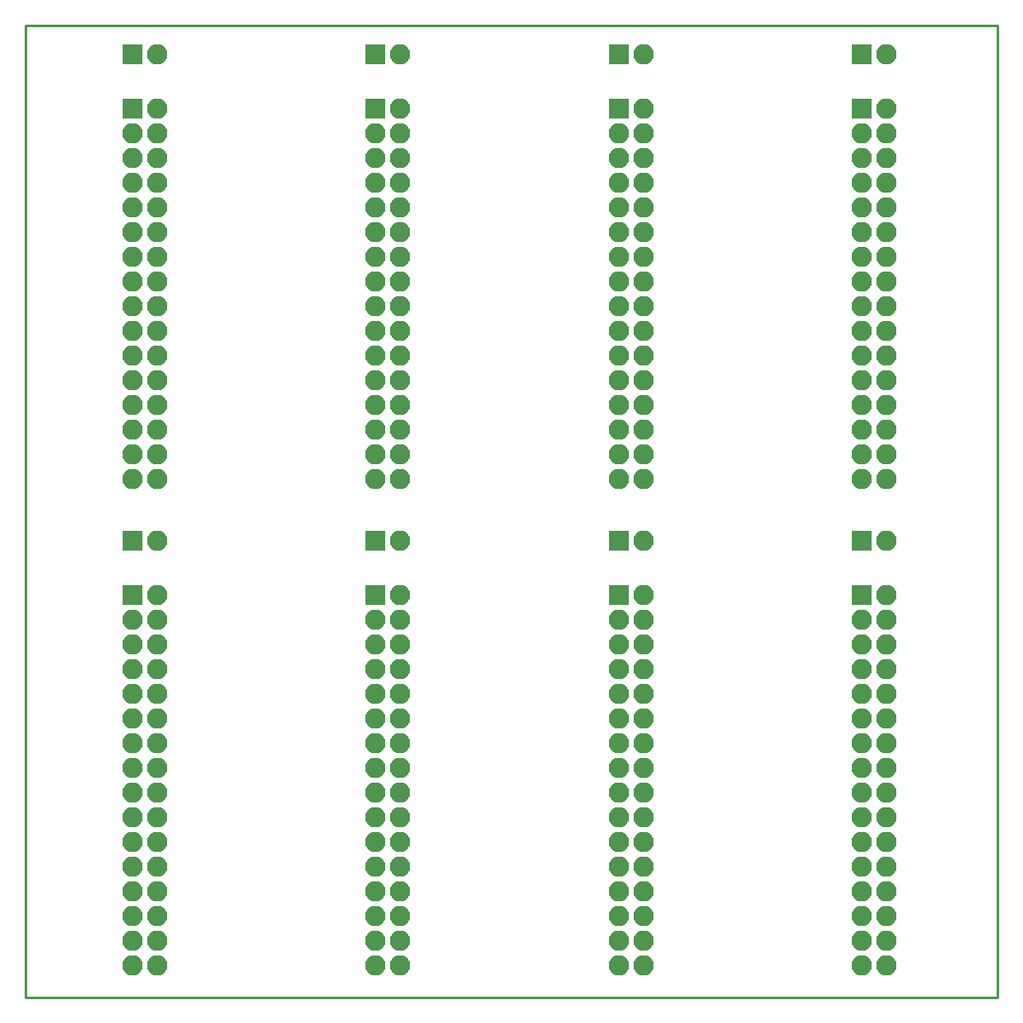
<source format=gbr>
%TF.GenerationSoftware,KiCad,Pcbnew,(5.99.0-8510-g4da28cf8f4)*%
%TF.CreationDate,2021-03-01T14:47:10+00:00*%
%TF.ProjectId,test_ledout,74657374-5f6c-4656-946f-75742e6b6963,D*%
%TF.SameCoordinates,PX5f5e100PY5f5e100*%
%TF.FileFunction,Soldermask,Bot*%
%TF.FilePolarity,Negative*%
%FSLAX46Y46*%
G04 Gerber Fmt 4.6, Leading zero omitted, Abs format (unit mm)*
G04 Created by KiCad (PCBNEW (5.99.0-8510-g4da28cf8f4)) date 2021-03-01 14:47:10*
%MOMM*%
%LPD*%
G01*
G04 APERTURE LIST*
G04 Aperture macros list*
%AMRoundRect*
0 Rectangle with rounded corners*
0 $1 Rounding radius*
0 $2 $3 $4 $5 $6 $7 $8 $9 X,Y pos of 4 corners*
0 Add a 4 corners polygon primitive as box body*
4,1,4,$2,$3,$4,$5,$6,$7,$8,$9,$2,$3,0*
0 Add four circle primitives for the rounded corners*
1,1,$1+$1,$2,$3*
1,1,$1+$1,$4,$5*
1,1,$1+$1,$6,$7*
1,1,$1+$1,$8,$9*
0 Add four rect primitives between the rounded corners*
20,1,$1+$1,$2,$3,$4,$5,0*
20,1,$1+$1,$4,$5,$6,$7,0*
20,1,$1+$1,$6,$7,$8,$9,0*
20,1,$1+$1,$8,$9,$2,$3,0*%
G04 Aperture macros list end*
%TA.AperFunction,Profile*%
%ADD10C,0.254000*%
%TD*%
%ADD11RoundRect,0.200000X-0.850000X-0.850000X0.850000X-0.850000X0.850000X0.850000X-0.850000X0.850000X0*%
%ADD12O,2.100000X2.100000*%
G04 APERTURE END LIST*
D10*
X37000000Y-10000000D02*
X137000000Y-10000000D01*
X37000000Y90000000D02*
X37000000Y-10000000D01*
X137000000Y90000000D02*
X37000000Y90000000D01*
X137000000Y-10000000D02*
X137000000Y90000000D01*
D11*
%TO.C,REF\u002A\u002A*%
X98000000Y37000000D03*
D12*
X100540000Y37000000D03*
%TD*%
D11*
%TO.C,REF\u002A\u002A*%
X98000000Y31400000D03*
D12*
X100540000Y31400000D03*
X98000000Y28860000D03*
X100540000Y28860000D03*
X98000000Y26320000D03*
X100540000Y26320000D03*
X98000000Y23780000D03*
X100540000Y23780000D03*
X98000000Y21240000D03*
X100540000Y21240000D03*
X98000000Y18700000D03*
X100540000Y18700000D03*
X98000000Y16160000D03*
X100540000Y16160000D03*
X98000000Y13620000D03*
X100540000Y13620000D03*
X98000000Y11080000D03*
X100540000Y11080000D03*
X98000000Y8540000D03*
X100540000Y8540000D03*
X98000000Y6000000D03*
X100540000Y6000000D03*
X98000000Y3460000D03*
X100540000Y3460000D03*
X98000000Y920000D03*
X100540000Y920000D03*
X98000000Y-1620000D03*
X100540000Y-1620000D03*
X98000000Y-4160000D03*
X100540000Y-4160000D03*
X98000000Y-6700000D03*
X100540000Y-6700000D03*
%TD*%
%TO.C,REF\u002A\u002A*%
X125540000Y-6700000D03*
X123000000Y-6700000D03*
X125540000Y-4160000D03*
X123000000Y-4160000D03*
X125540000Y-1620000D03*
X123000000Y-1620000D03*
X125540000Y920000D03*
X123000000Y920000D03*
X125540000Y3460000D03*
X123000000Y3460000D03*
X125540000Y6000000D03*
X123000000Y6000000D03*
X125540000Y8540000D03*
X123000000Y8540000D03*
X125540000Y11080000D03*
X123000000Y11080000D03*
X125540000Y13620000D03*
X123000000Y13620000D03*
X125540000Y16160000D03*
X123000000Y16160000D03*
X125540000Y18700000D03*
X123000000Y18700000D03*
X125540000Y21240000D03*
X123000000Y21240000D03*
X125540000Y23780000D03*
X123000000Y23780000D03*
X125540000Y26320000D03*
X123000000Y26320000D03*
X125540000Y28860000D03*
X123000000Y28860000D03*
X125540000Y31400000D03*
D11*
X123000000Y31400000D03*
%TD*%
D12*
%TO.C,REF\u002A\u002A*%
X125540000Y37000000D03*
D11*
X123000000Y37000000D03*
%TD*%
D12*
%TO.C,REF\u002A\u002A*%
X100540000Y87000000D03*
D11*
X98000000Y87000000D03*
%TD*%
%TO.C,REF\u002A\u002A*%
X123000000Y81400000D03*
D12*
X125540000Y81400000D03*
X123000000Y78860000D03*
X125540000Y78860000D03*
X123000000Y76320000D03*
X125540000Y76320000D03*
X123000000Y73780000D03*
X125540000Y73780000D03*
X123000000Y71240000D03*
X125540000Y71240000D03*
X123000000Y68700000D03*
X125540000Y68700000D03*
X123000000Y66160000D03*
X125540000Y66160000D03*
X123000000Y63620000D03*
X125540000Y63620000D03*
X123000000Y61080000D03*
X125540000Y61080000D03*
X123000000Y58540000D03*
X125540000Y58540000D03*
X123000000Y56000000D03*
X125540000Y56000000D03*
X123000000Y53460000D03*
X125540000Y53460000D03*
X123000000Y50920000D03*
X125540000Y50920000D03*
X123000000Y48380000D03*
X125540000Y48380000D03*
X123000000Y45840000D03*
X125540000Y45840000D03*
X123000000Y43300000D03*
X125540000Y43300000D03*
%TD*%
D11*
%TO.C,REF\u002A\u002A*%
X123000000Y87000000D03*
D12*
X125540000Y87000000D03*
%TD*%
%TO.C,REF\u002A\u002A*%
X100540000Y43300000D03*
X98000000Y43300000D03*
X100540000Y45840000D03*
X98000000Y45840000D03*
X100540000Y48380000D03*
X98000000Y48380000D03*
X100540000Y50920000D03*
X98000000Y50920000D03*
X100540000Y53460000D03*
X98000000Y53460000D03*
X100540000Y56000000D03*
X98000000Y56000000D03*
X100540000Y58540000D03*
X98000000Y58540000D03*
X100540000Y61080000D03*
X98000000Y61080000D03*
X100540000Y63620000D03*
X98000000Y63620000D03*
X100540000Y66160000D03*
X98000000Y66160000D03*
X100540000Y68700000D03*
X98000000Y68700000D03*
X100540000Y71240000D03*
X98000000Y71240000D03*
X100540000Y73780000D03*
X98000000Y73780000D03*
X100540000Y76320000D03*
X98000000Y76320000D03*
X100540000Y78860000D03*
X98000000Y78860000D03*
X100540000Y81400000D03*
D11*
X98000000Y81400000D03*
%TD*%
%TO.C,REF\u002A\u002A*%
X73000000Y37000000D03*
D12*
X75540000Y37000000D03*
%TD*%
D11*
%TO.C,REF\u002A\u002A*%
X73000000Y31400000D03*
D12*
X75540000Y31400000D03*
X73000000Y28860000D03*
X75540000Y28860000D03*
X73000000Y26320000D03*
X75540000Y26320000D03*
X73000000Y23780000D03*
X75540000Y23780000D03*
X73000000Y21240000D03*
X75540000Y21240000D03*
X73000000Y18700000D03*
X75540000Y18700000D03*
X73000000Y16160000D03*
X75540000Y16160000D03*
X73000000Y13620000D03*
X75540000Y13620000D03*
X73000000Y11080000D03*
X75540000Y11080000D03*
X73000000Y8540000D03*
X75540000Y8540000D03*
X73000000Y6000000D03*
X75540000Y6000000D03*
X73000000Y3460000D03*
X75540000Y3460000D03*
X73000000Y920000D03*
X75540000Y920000D03*
X73000000Y-1620000D03*
X75540000Y-1620000D03*
X73000000Y-4160000D03*
X75540000Y-4160000D03*
X73000000Y-6700000D03*
X75540000Y-6700000D03*
%TD*%
%TO.C,REF\u002A\u002A*%
X75540000Y87000000D03*
D11*
X73000000Y87000000D03*
%TD*%
D12*
%TO.C,REF\u002A\u002A*%
X75540000Y43300000D03*
X73000000Y43300000D03*
X75540000Y45840000D03*
X73000000Y45840000D03*
X75540000Y48380000D03*
X73000000Y48380000D03*
X75540000Y50920000D03*
X73000000Y50920000D03*
X75540000Y53460000D03*
X73000000Y53460000D03*
X75540000Y56000000D03*
X73000000Y56000000D03*
X75540000Y58540000D03*
X73000000Y58540000D03*
X75540000Y61080000D03*
X73000000Y61080000D03*
X75540000Y63620000D03*
X73000000Y63620000D03*
X75540000Y66160000D03*
X73000000Y66160000D03*
X75540000Y68700000D03*
X73000000Y68700000D03*
X75540000Y71240000D03*
X73000000Y71240000D03*
X75540000Y73780000D03*
X73000000Y73780000D03*
X75540000Y76320000D03*
X73000000Y76320000D03*
X75540000Y78860000D03*
X73000000Y78860000D03*
X75540000Y81400000D03*
D11*
X73000000Y81400000D03*
%TD*%
%TO.C,REF\u002A\u002A*%
X48000000Y87000000D03*
D12*
X50540000Y87000000D03*
%TD*%
D11*
%TO.C,REF\u002A\u002A*%
X48000000Y81400000D03*
D12*
X50540000Y81400000D03*
X48000000Y78860000D03*
X50540000Y78860000D03*
X48000000Y76320000D03*
X50540000Y76320000D03*
X48000000Y73780000D03*
X50540000Y73780000D03*
X48000000Y71240000D03*
X50540000Y71240000D03*
X48000000Y68700000D03*
X50540000Y68700000D03*
X48000000Y66160000D03*
X50540000Y66160000D03*
X48000000Y63620000D03*
X50540000Y63620000D03*
X48000000Y61080000D03*
X50540000Y61080000D03*
X48000000Y58540000D03*
X50540000Y58540000D03*
X48000000Y56000000D03*
X50540000Y56000000D03*
X48000000Y53460000D03*
X50540000Y53460000D03*
X48000000Y50920000D03*
X50540000Y50920000D03*
X48000000Y48380000D03*
X50540000Y48380000D03*
X48000000Y45840000D03*
X50540000Y45840000D03*
X48000000Y43300000D03*
X50540000Y43300000D03*
%TD*%
%TO.C,REF\u002A\u002A*%
X50540000Y37000000D03*
D11*
X48000000Y37000000D03*
%TD*%
D12*
%TO.C,REF\u002A\u002A*%
X50540000Y-6700000D03*
X48000000Y-6700000D03*
X50540000Y-4160000D03*
X48000000Y-4160000D03*
X50540000Y-1620000D03*
X48000000Y-1620000D03*
X50540000Y920000D03*
X48000000Y920000D03*
X50540000Y3460000D03*
X48000000Y3460000D03*
X50540000Y6000000D03*
X48000000Y6000000D03*
X50540000Y8540000D03*
X48000000Y8540000D03*
X50540000Y11080000D03*
X48000000Y11080000D03*
X50540000Y13620000D03*
X48000000Y13620000D03*
X50540000Y16160000D03*
X48000000Y16160000D03*
X50540000Y18700000D03*
X48000000Y18700000D03*
X50540000Y21240000D03*
X48000000Y21240000D03*
X50540000Y23780000D03*
X48000000Y23780000D03*
X50540000Y26320000D03*
X48000000Y26320000D03*
X50540000Y28860000D03*
X48000000Y28860000D03*
X50540000Y31400000D03*
D11*
X48000000Y31400000D03*
%TD*%
M02*

</source>
